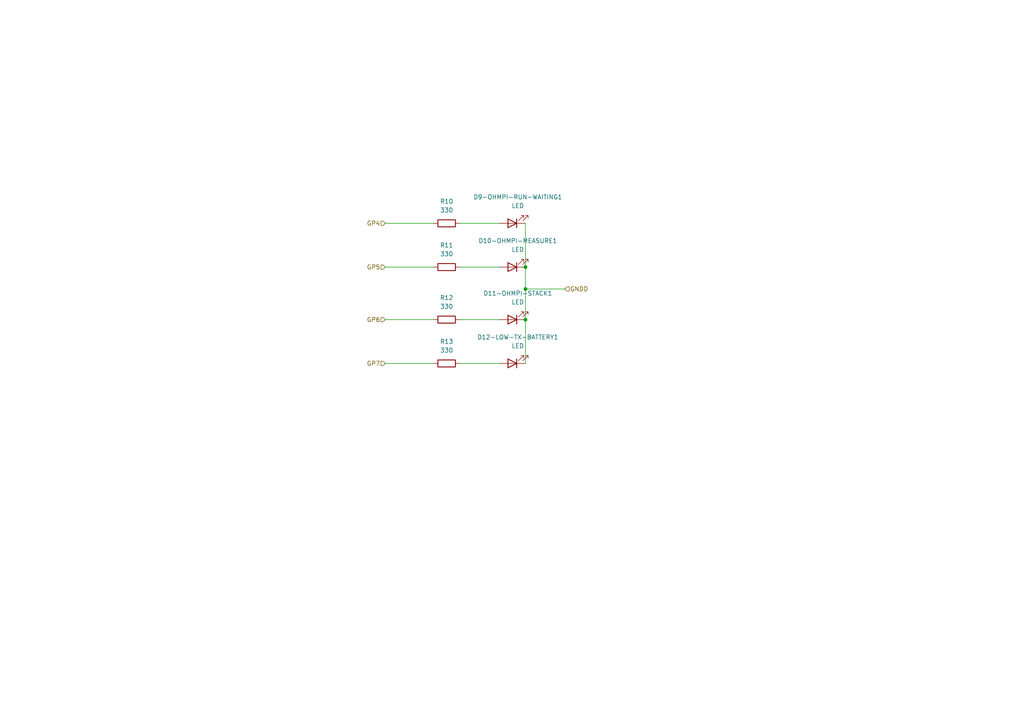
<source format=kicad_sch>
(kicad_sch (version 20211123) (generator eeschema)
  (paper "A4")
  (lib_symbols
    (symbol "Device:LED" (pin_numbers hide) (pin_names (offset 1.016) hide)
      (property "Reference" "D" (at 0 2.54 0))
      (property "Value" "LED" (at 0 -2.54 0))
      (symbol "LED_0_1"
        (polyline (pts (xy -1.27 -1.27) (xy -1.27 1.27)) (stroke (width 0.254)))
        (polyline (pts (xy -1.27 0) (xy 1.27 0)))
        (polyline (pts (xy 1.27 -1.27) (xy 1.27 1.27) (xy -1.27 0) (xy 1.27 -1.27)) (stroke (width 0.254)))
        (polyline (pts (xy -3.048 -0.762) (xy -4.572 -2.286) (xy -3.81 -2.286) (xy -4.572 -2.286) (xy -4.572 -1.524)))
        (polyline (pts (xy -1.778 -0.762) (xy -3.302 -2.286) (xy -2.54 -2.286) (xy -3.302 -2.286) (xy -3.302 -1.524)))
      )
      (symbol "LED_1_1"
        (pin passive line (at -3.81 0 0) (length 2.54) (name "K") (number "1"))
        (pin passive line (at 3.81 0 180) (length 2.54) (name "A") (number "2"))
      )
    )
    (symbol "Device:R" (pin_numbers hide) (pin_names (offset 0))
      (property "Reference" "R" (at 2.032 0 90))
      (property "Value" "R" (at 0 0 90))
      (symbol "R_0_1"
        (rectangle (start -1.016 -2.54) (end 1.016 2.54) (stroke (width 0.254)))
      )
      (symbol "R_1_1"
        (pin passive line (at 0 3.81 270) (length 1.27) (name "~") (number "1"))
        (pin passive line (at 0 -3.81 90) (length 1.27) (name "~") (number "2"))
      )
    )
  )
  (junction (at 152.4 77.47))
  (junction (at 152.4 92.71))
  (junction (at 152.4 83.82))
  (wire (pts (xy 133.35 105.41) (xy 144.78 105.41)))
  (wire (pts (xy 111.76 92.71) (xy 125.73 92.71)))
  (wire (pts (xy 111.76 105.41) (xy 125.73 105.41)))
  (wire (pts (xy 133.35 92.71) (xy 144.78 92.71)))
  (wire (pts (xy 152.4 77.47) (xy 152.4 83.82)))
  (wire (pts (xy 152.4 92.71) (xy 152.4 105.41)))
  (wire (pts (xy 133.35 64.77) (xy 144.78 64.77)))
  (wire (pts (xy 152.4 64.77) (xy 152.4 77.47)))
  (wire (pts (xy 111.76 64.77) (xy 125.73 64.77)))
  (wire (pts (xy 111.76 77.47) (xy 125.73 77.47)))
  (wire (pts (xy 152.4 83.82) (xy 152.4 92.71)))
  (wire (pts (xy 152.4 83.82) (xy 163.83 83.82)))
  (wire (pts (xy 133.35 77.47) (xy 144.78 77.47)))
  (hierarchical_label "GNDD" (shape input) (at 163.83 83.82 0))
  (hierarchical_label "GP7" (shape input) (at 111.76 105.41 180))
  (hierarchical_label "GP6" (shape input) (at 111.76 92.71 180))
  (hierarchical_label "GP4" (shape input) (at 111.76 64.77 180))
  (hierarchical_label "GP5" (shape input) (at 111.76 77.47 180))
  (symbol (lib_id "Device:R") (at 129.54 64.77 90) (unit 1)
    (property "Reference" "R10" (at 129.54 58.42 90))
    (property "Value" "330" (at 129.54 60.96 90))
    (property "Footprint" "Resistor_THT:R_Axial_DIN0207_L6.3mm_D2.5mm_P7.62mm_Horizontal" (effects hide))
  )
  (symbol (lib_id "Device:R") (at 129.54 105.41 90) (unit 1)
    (property "Reference" "R13" (at 129.54 99.06 90))
    (property "Value" "330" (at 129.54 101.6 90))
    (property "Footprint" "Resistor_THT:R_Axial_DIN0207_L6.3mm_D2.5mm_P7.62mm_Horizontal" (effects hide))
  )
  (symbol (lib_id "Device:LED") (at 148.59 64.77 180) (unit 1)
    (property "Reference" "D9-OHMPI-RUN-WAITING1" (at 150.1775 57.15 0))
    (property "Value" "LED" (at 150.1775 59.69 0))
    (property "Footprint" "LED_THT:LED_D4.0mm" (effects hide))
  )
  (symbol (lib_id "Device:LED") (at 148.59 92.71 180) (unit 1)
    (property "Reference" "D11-OHMPI-STACK1" (at 150.1775 85.09 0))
    (property "Value" "LED" (at 150.1775 87.63 0))
    (property "Footprint" "LED_THT:LED_D4.0mm" (effects hide))
  )
  (symbol (lib_id "Device:LED") (at 148.59 105.41 180) (unit 1)
    (property "Reference" "D12-LOW-TX-BATTERY1" (at 150.1775 97.79 0))
    (property "Value" "LED" (at 150.1775 100.33 0))
    (property "Footprint" "LED_THT:LED_D4.0mm" (effects hide))
  )
  (symbol (lib_id "Device:R") (at 129.54 92.71 90) (unit 1)
    (property "Reference" "R12" (at 129.54 86.36 90))
    (property "Value" "330" (at 129.54 88.9 90))
    (property "Footprint" "Resistor_THT:R_Axial_DIN0207_L6.3mm_D2.5mm_P7.62mm_Horizontal" (effects hide))
  )
  (symbol (lib_id "Device:R") (at 129.54 77.47 90) (unit 1)
    (property "Reference" "R11" (at 129.54 71.12 90))
    (property "Value" "330" (at 129.54 73.66 90))
    (property "Footprint" "Resistor_THT:R_Axial_DIN0207_L6.3mm_D2.5mm_P7.62mm_Horizontal" (effects hide))
  )
  (symbol (lib_id "Device:LED") (at 148.59 77.47 180) (unit 1)
    (property "Reference" "D10-OHMPI-MEASURE1" (at 150.1775 69.85 0))
    (property "Value" "LED" (at 150.1775 72.39 0))
    (property "Footprint" "LED_THT:LED_D4.0mm" (effects hide))
  )
)
</source>
